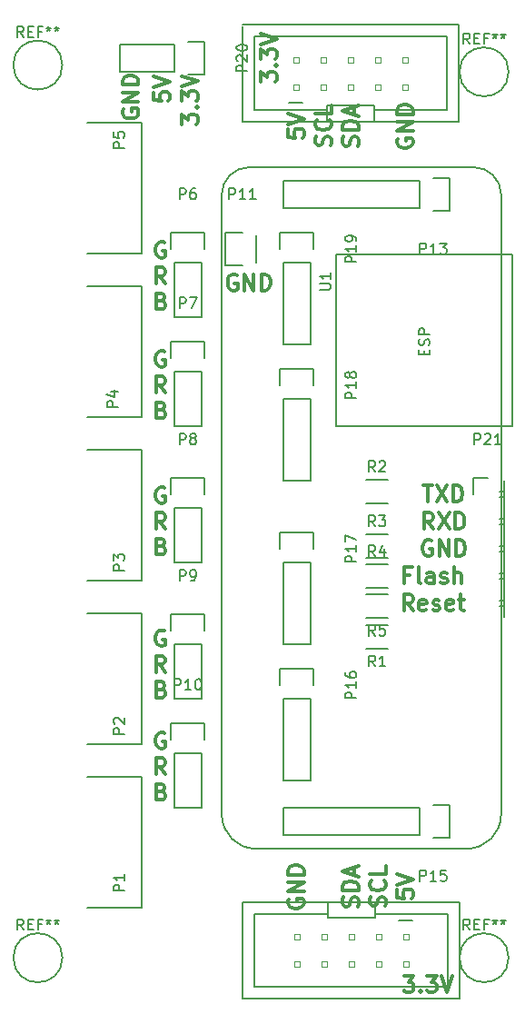
<source format=gto>
%TF.GenerationSoftware,KiCad,Pcbnew,4.0.1-stable*%
%TF.CreationDate,2016-01-20T20:58:58+01:00*%
%TF.ProjectId,main_board,6D61696E5F626F6172642E6B69636164,rev?*%
%TF.FileFunction,Legend,Top*%
%FSLAX46Y46*%
G04 Gerber Fmt 4.6, Leading zero omitted, Abs format (unit mm)*
G04 Created by KiCad (PCBNEW 4.0.1-stable) date Wed 20 Jan 2016 08:58:58 PM CET*
%MOMM*%
G01*
G04 APERTURE LIST*
%ADD10C,0.100000*%
%ADD11C,0.300000*%
%ADD12C,0.200000*%
%ADD13C,0.150000*%
%ADD14C,0.152400*%
%ADD15C,0.066040*%
%ADD16C,0.203200*%
G04 APERTURE END LIST*
D10*
D11*
X98429071Y-84486713D02*
X98429071Y-85200999D01*
X99143357Y-85272428D01*
X99071929Y-85200999D01*
X99000500Y-85058142D01*
X99000500Y-84700999D01*
X99071929Y-84558142D01*
X99143357Y-84486713D01*
X99286214Y-84415285D01*
X99643357Y-84415285D01*
X99786214Y-84486713D01*
X99857643Y-84558142D01*
X99929071Y-84700999D01*
X99929071Y-85058142D01*
X99857643Y-85200999D01*
X99786214Y-85272428D01*
X98429071Y-83986714D02*
X99929071Y-83486714D01*
X98429071Y-82986714D01*
X101032571Y-87431285D02*
X101032571Y-86502714D01*
X101604000Y-87002714D01*
X101604000Y-86788428D01*
X101675429Y-86645571D01*
X101746857Y-86574142D01*
X101889714Y-86502714D01*
X102246857Y-86502714D01*
X102389714Y-86574142D01*
X102461143Y-86645571D01*
X102532571Y-86788428D01*
X102532571Y-87217000D01*
X102461143Y-87359857D01*
X102389714Y-87431285D01*
X102389714Y-85859857D02*
X102461143Y-85788429D01*
X102532571Y-85859857D01*
X102461143Y-85931286D01*
X102389714Y-85859857D01*
X102532571Y-85859857D01*
X101032571Y-85288428D02*
X101032571Y-84359857D01*
X101604000Y-84859857D01*
X101604000Y-84645571D01*
X101675429Y-84502714D01*
X101746857Y-84431285D01*
X101889714Y-84359857D01*
X102246857Y-84359857D01*
X102389714Y-84431285D01*
X102461143Y-84502714D01*
X102532571Y-84645571D01*
X102532571Y-85074143D01*
X102461143Y-85217000D01*
X102389714Y-85288428D01*
X101032571Y-83931286D02*
X102532571Y-83431286D01*
X101032571Y-82931286D01*
X95579500Y-86042357D02*
X95508071Y-86185214D01*
X95508071Y-86399500D01*
X95579500Y-86613785D01*
X95722357Y-86756643D01*
X95865214Y-86828071D01*
X96150929Y-86899500D01*
X96365214Y-86899500D01*
X96650929Y-86828071D01*
X96793786Y-86756643D01*
X96936643Y-86613785D01*
X97008071Y-86399500D01*
X97008071Y-86256643D01*
X96936643Y-86042357D01*
X96865214Y-85970928D01*
X96365214Y-85970928D01*
X96365214Y-86256643D01*
X97008071Y-85328071D02*
X95508071Y-85328071D01*
X97008071Y-84470928D01*
X95508071Y-84470928D01*
X97008071Y-83756642D02*
X95508071Y-83756642D01*
X95508071Y-83399499D01*
X95579500Y-83185214D01*
X95722357Y-83042356D01*
X95865214Y-82970928D01*
X96150929Y-82899499D01*
X96365214Y-82899499D01*
X96650929Y-82970928D01*
X96793786Y-83042356D01*
X96936643Y-83185214D01*
X97008071Y-83399499D01*
X97008071Y-83756642D01*
X124333143Y-126250000D02*
X124190286Y-126178571D01*
X123976000Y-126178571D01*
X123761715Y-126250000D01*
X123618857Y-126392857D01*
X123547429Y-126535714D01*
X123476000Y-126821429D01*
X123476000Y-127035714D01*
X123547429Y-127321429D01*
X123618857Y-127464286D01*
X123761715Y-127607143D01*
X123976000Y-127678571D01*
X124118857Y-127678571D01*
X124333143Y-127607143D01*
X124404572Y-127535714D01*
X124404572Y-127035714D01*
X124118857Y-127035714D01*
X125047429Y-127678571D02*
X125047429Y-126178571D01*
X125904572Y-127678571D01*
X125904572Y-126178571D01*
X126618858Y-127678571D02*
X126618858Y-126178571D01*
X126976001Y-126178571D01*
X127190286Y-126250000D01*
X127333144Y-126392857D01*
X127404572Y-126535714D01*
X127476001Y-126821429D01*
X127476001Y-127035714D01*
X127404572Y-127321429D01*
X127333144Y-127464286D01*
X127190286Y-127607143D01*
X126976001Y-127678571D01*
X126618858Y-127678571D01*
X122602858Y-132758571D02*
X122102858Y-132044286D01*
X121745715Y-132758571D02*
X121745715Y-131258571D01*
X122317143Y-131258571D01*
X122460001Y-131330000D01*
X122531429Y-131401429D01*
X122602858Y-131544286D01*
X122602858Y-131758571D01*
X122531429Y-131901429D01*
X122460001Y-131972857D01*
X122317143Y-132044286D01*
X121745715Y-132044286D01*
X123817143Y-132687143D02*
X123674286Y-132758571D01*
X123388572Y-132758571D01*
X123245715Y-132687143D01*
X123174286Y-132544286D01*
X123174286Y-131972857D01*
X123245715Y-131830000D01*
X123388572Y-131758571D01*
X123674286Y-131758571D01*
X123817143Y-131830000D01*
X123888572Y-131972857D01*
X123888572Y-132115714D01*
X123174286Y-132258571D01*
X124460000Y-132687143D02*
X124602857Y-132758571D01*
X124888572Y-132758571D01*
X125031429Y-132687143D01*
X125102857Y-132544286D01*
X125102857Y-132472857D01*
X125031429Y-132330000D01*
X124888572Y-132258571D01*
X124674286Y-132258571D01*
X124531429Y-132187143D01*
X124460000Y-132044286D01*
X124460000Y-131972857D01*
X124531429Y-131830000D01*
X124674286Y-131758571D01*
X124888572Y-131758571D01*
X125031429Y-131830000D01*
X126317143Y-132687143D02*
X126174286Y-132758571D01*
X125888572Y-132758571D01*
X125745715Y-132687143D01*
X125674286Y-132544286D01*
X125674286Y-131972857D01*
X125745715Y-131830000D01*
X125888572Y-131758571D01*
X126174286Y-131758571D01*
X126317143Y-131830000D01*
X126388572Y-131972857D01*
X126388572Y-132115714D01*
X125674286Y-132258571D01*
X126817143Y-131758571D02*
X127388572Y-131758571D01*
X127031429Y-131258571D02*
X127031429Y-132544286D01*
X127102857Y-132687143D01*
X127245715Y-132758571D01*
X127388572Y-132758571D01*
X122317143Y-129432857D02*
X121817143Y-129432857D01*
X121817143Y-130218571D02*
X121817143Y-128718571D01*
X122531429Y-128718571D01*
X123317143Y-130218571D02*
X123174285Y-130147143D01*
X123102857Y-130004286D01*
X123102857Y-128718571D01*
X124531428Y-130218571D02*
X124531428Y-129432857D01*
X124459999Y-129290000D01*
X124317142Y-129218571D01*
X124031428Y-129218571D01*
X123888571Y-129290000D01*
X124531428Y-130147143D02*
X124388571Y-130218571D01*
X124031428Y-130218571D01*
X123888571Y-130147143D01*
X123817142Y-130004286D01*
X123817142Y-129861429D01*
X123888571Y-129718571D01*
X124031428Y-129647143D01*
X124388571Y-129647143D01*
X124531428Y-129575714D01*
X125174285Y-130147143D02*
X125317142Y-130218571D01*
X125602857Y-130218571D01*
X125745714Y-130147143D01*
X125817142Y-130004286D01*
X125817142Y-129932857D01*
X125745714Y-129790000D01*
X125602857Y-129718571D01*
X125388571Y-129718571D01*
X125245714Y-129647143D01*
X125174285Y-129504286D01*
X125174285Y-129432857D01*
X125245714Y-129290000D01*
X125388571Y-129218571D01*
X125602857Y-129218571D01*
X125745714Y-129290000D01*
X126460000Y-130218571D02*
X126460000Y-128718571D01*
X127102857Y-130218571D02*
X127102857Y-129432857D01*
X127031428Y-129290000D01*
X126888571Y-129218571D01*
X126674286Y-129218571D01*
X126531428Y-129290000D01*
X126460000Y-129361429D01*
X124476001Y-125138571D02*
X123976001Y-124424286D01*
X123618858Y-125138571D02*
X123618858Y-123638571D01*
X124190286Y-123638571D01*
X124333144Y-123710000D01*
X124404572Y-123781429D01*
X124476001Y-123924286D01*
X124476001Y-124138571D01*
X124404572Y-124281429D01*
X124333144Y-124352857D01*
X124190286Y-124424286D01*
X123618858Y-124424286D01*
X124976001Y-123638571D02*
X125976001Y-125138571D01*
X125976001Y-123638571D02*
X124976001Y-125138571D01*
X126547429Y-125138571D02*
X126547429Y-123638571D01*
X126904572Y-123638571D01*
X127118857Y-123710000D01*
X127261715Y-123852857D01*
X127333143Y-123995714D01*
X127404572Y-124281429D01*
X127404572Y-124495714D01*
X127333143Y-124781429D01*
X127261715Y-124924286D01*
X127118857Y-125067143D01*
X126904572Y-125138571D01*
X126547429Y-125138571D01*
X123583143Y-121098571D02*
X124440286Y-121098571D01*
X124011715Y-122598571D02*
X124011715Y-121098571D01*
X124797429Y-121098571D02*
X125797429Y-122598571D01*
X125797429Y-121098571D02*
X124797429Y-122598571D01*
X126368857Y-122598571D02*
X126368857Y-121098571D01*
X126726000Y-121098571D01*
X126940285Y-121170000D01*
X127083143Y-121312857D01*
X127154571Y-121455714D01*
X127226000Y-121741429D01*
X127226000Y-121955714D01*
X127154571Y-122241429D01*
X127083143Y-122384286D01*
X126940285Y-122527143D01*
X126726000Y-122598571D01*
X126368857Y-122598571D01*
X121737715Y-166818571D02*
X122666286Y-166818571D01*
X122166286Y-167390000D01*
X122380572Y-167390000D01*
X122523429Y-167461429D01*
X122594858Y-167532857D01*
X122666286Y-167675714D01*
X122666286Y-168032857D01*
X122594858Y-168175714D01*
X122523429Y-168247143D01*
X122380572Y-168318571D01*
X121952000Y-168318571D01*
X121809143Y-168247143D01*
X121737715Y-168175714D01*
X123309143Y-168175714D02*
X123380571Y-168247143D01*
X123309143Y-168318571D01*
X123237714Y-168247143D01*
X123309143Y-168175714D01*
X123309143Y-168318571D01*
X123880572Y-166818571D02*
X124809143Y-166818571D01*
X124309143Y-167390000D01*
X124523429Y-167390000D01*
X124666286Y-167461429D01*
X124737715Y-167532857D01*
X124809143Y-167675714D01*
X124809143Y-168032857D01*
X124737715Y-168175714D01*
X124666286Y-168247143D01*
X124523429Y-168318571D01*
X124094857Y-168318571D01*
X123952000Y-168247143D01*
X123880572Y-168175714D01*
X125237714Y-166818571D02*
X125737714Y-168318571D01*
X126237714Y-166818571D01*
X121098571Y-158781713D02*
X121098571Y-159495999D01*
X121812857Y-159567428D01*
X121741429Y-159495999D01*
X121670000Y-159353142D01*
X121670000Y-158995999D01*
X121741429Y-158853142D01*
X121812857Y-158781713D01*
X121955714Y-158710285D01*
X122312857Y-158710285D01*
X122455714Y-158781713D01*
X122527143Y-158853142D01*
X122598571Y-158995999D01*
X122598571Y-159353142D01*
X122527143Y-159495999D01*
X122455714Y-159567428D01*
X121098571Y-158281714D02*
X122598571Y-157781714D01*
X121098571Y-157281714D01*
X117447143Y-160317428D02*
X117518571Y-160103142D01*
X117518571Y-159745999D01*
X117447143Y-159603142D01*
X117375714Y-159531713D01*
X117232857Y-159460285D01*
X117090000Y-159460285D01*
X116947143Y-159531713D01*
X116875714Y-159603142D01*
X116804286Y-159745999D01*
X116732857Y-160031713D01*
X116661429Y-160174571D01*
X116590000Y-160245999D01*
X116447143Y-160317428D01*
X116304286Y-160317428D01*
X116161429Y-160245999D01*
X116090000Y-160174571D01*
X116018571Y-160031713D01*
X116018571Y-159674571D01*
X116090000Y-159460285D01*
X117518571Y-158817428D02*
X116018571Y-158817428D01*
X116018571Y-158460285D01*
X116090000Y-158246000D01*
X116232857Y-158103142D01*
X116375714Y-158031714D01*
X116661429Y-157960285D01*
X116875714Y-157960285D01*
X117161429Y-158031714D01*
X117304286Y-158103142D01*
X117447143Y-158246000D01*
X117518571Y-158460285D01*
X117518571Y-158817428D01*
X117090000Y-157388857D02*
X117090000Y-156674571D01*
X117518571Y-157531714D02*
X116018571Y-157031714D01*
X117518571Y-156531714D01*
X119987143Y-160281714D02*
X120058571Y-160067428D01*
X120058571Y-159710285D01*
X119987143Y-159567428D01*
X119915714Y-159495999D01*
X119772857Y-159424571D01*
X119630000Y-159424571D01*
X119487143Y-159495999D01*
X119415714Y-159567428D01*
X119344286Y-159710285D01*
X119272857Y-159995999D01*
X119201429Y-160138857D01*
X119130000Y-160210285D01*
X118987143Y-160281714D01*
X118844286Y-160281714D01*
X118701429Y-160210285D01*
X118630000Y-160138857D01*
X118558571Y-159995999D01*
X118558571Y-159638857D01*
X118630000Y-159424571D01*
X119915714Y-157924571D02*
X119987143Y-157996000D01*
X120058571Y-158210286D01*
X120058571Y-158353143D01*
X119987143Y-158567428D01*
X119844286Y-158710286D01*
X119701429Y-158781714D01*
X119415714Y-158853143D01*
X119201429Y-158853143D01*
X118915714Y-158781714D01*
X118772857Y-158710286D01*
X118630000Y-158567428D01*
X118558571Y-158353143D01*
X118558571Y-158210286D01*
X118630000Y-157996000D01*
X118701429Y-157924571D01*
X120058571Y-156567428D02*
X120058571Y-157281714D01*
X118558571Y-157281714D01*
X111010000Y-159638857D02*
X110938571Y-159781714D01*
X110938571Y-159996000D01*
X111010000Y-160210285D01*
X111152857Y-160353143D01*
X111295714Y-160424571D01*
X111581429Y-160496000D01*
X111795714Y-160496000D01*
X112081429Y-160424571D01*
X112224286Y-160353143D01*
X112367143Y-160210285D01*
X112438571Y-159996000D01*
X112438571Y-159853143D01*
X112367143Y-159638857D01*
X112295714Y-159567428D01*
X111795714Y-159567428D01*
X111795714Y-159853143D01*
X112438571Y-158924571D02*
X110938571Y-158924571D01*
X112438571Y-158067428D01*
X110938571Y-158067428D01*
X112438571Y-157353142D02*
X110938571Y-157353142D01*
X110938571Y-156995999D01*
X111010000Y-156781714D01*
X111152857Y-156638856D01*
X111295714Y-156567428D01*
X111581429Y-156495999D01*
X111795714Y-156495999D01*
X112081429Y-156567428D01*
X112224286Y-156638856D01*
X112367143Y-156781714D01*
X112438571Y-156995999D01*
X112438571Y-157353142D01*
D12*
X104775000Y-151765000D02*
X104775000Y-93980000D01*
X130810000Y-93980000D02*
G75*
G03X128270000Y-91440000I-2540000J0D01*
G01*
X130810000Y-151765000D02*
X130810000Y-93980000D01*
X127635000Y-154940000D02*
G75*
G03X130810000Y-151765000I0J3175000D01*
G01*
X107950000Y-154940000D02*
X127635000Y-154940000D01*
X107315000Y-91440000D02*
X128270000Y-91440000D01*
X107315000Y-91440000D02*
G75*
G03X104775000Y-93980000I0J-2540000D01*
G01*
X104775000Y-151765000D02*
G75*
G03X107950000Y-154940000I3175000J0D01*
G01*
D11*
X108398571Y-83494285D02*
X108398571Y-82565714D01*
X108970000Y-83065714D01*
X108970000Y-82851428D01*
X109041429Y-82708571D01*
X109112857Y-82637142D01*
X109255714Y-82565714D01*
X109612857Y-82565714D01*
X109755714Y-82637142D01*
X109827143Y-82708571D01*
X109898571Y-82851428D01*
X109898571Y-83280000D01*
X109827143Y-83422857D01*
X109755714Y-83494285D01*
X109755714Y-81922857D02*
X109827143Y-81851429D01*
X109898571Y-81922857D01*
X109827143Y-81994286D01*
X109755714Y-81922857D01*
X109898571Y-81922857D01*
X108398571Y-81351428D02*
X108398571Y-80422857D01*
X108970000Y-80922857D01*
X108970000Y-80708571D01*
X109041429Y-80565714D01*
X109112857Y-80494285D01*
X109255714Y-80422857D01*
X109612857Y-80422857D01*
X109755714Y-80494285D01*
X109827143Y-80565714D01*
X109898571Y-80708571D01*
X109898571Y-81137143D01*
X109827143Y-81280000D01*
X109755714Y-81351428D01*
X108398571Y-79994286D02*
X109898571Y-79494286D01*
X108398571Y-78994286D01*
X121170000Y-88772857D02*
X121098571Y-88915714D01*
X121098571Y-89130000D01*
X121170000Y-89344285D01*
X121312857Y-89487143D01*
X121455714Y-89558571D01*
X121741429Y-89630000D01*
X121955714Y-89630000D01*
X122241429Y-89558571D01*
X122384286Y-89487143D01*
X122527143Y-89344285D01*
X122598571Y-89130000D01*
X122598571Y-88987143D01*
X122527143Y-88772857D01*
X122455714Y-88701428D01*
X121955714Y-88701428D01*
X121955714Y-88987143D01*
X122598571Y-88058571D02*
X121098571Y-88058571D01*
X122598571Y-87201428D01*
X121098571Y-87201428D01*
X122598571Y-86487142D02*
X121098571Y-86487142D01*
X121098571Y-86129999D01*
X121170000Y-85915714D01*
X121312857Y-85772856D01*
X121455714Y-85701428D01*
X121741429Y-85629999D01*
X121955714Y-85629999D01*
X122241429Y-85701428D01*
X122384286Y-85772856D01*
X122527143Y-85915714D01*
X122598571Y-86129999D01*
X122598571Y-86487142D01*
X110938571Y-87915713D02*
X110938571Y-88629999D01*
X111652857Y-88701428D01*
X111581429Y-88629999D01*
X111510000Y-88487142D01*
X111510000Y-88129999D01*
X111581429Y-87987142D01*
X111652857Y-87915713D01*
X111795714Y-87844285D01*
X112152857Y-87844285D01*
X112295714Y-87915713D01*
X112367143Y-87987142D01*
X112438571Y-88129999D01*
X112438571Y-88487142D01*
X112367143Y-88629999D01*
X112295714Y-88701428D01*
X110938571Y-87415714D02*
X112438571Y-86915714D01*
X110938571Y-86415714D01*
X117447143Y-89451428D02*
X117518571Y-89237142D01*
X117518571Y-88879999D01*
X117447143Y-88737142D01*
X117375714Y-88665713D01*
X117232857Y-88594285D01*
X117090000Y-88594285D01*
X116947143Y-88665713D01*
X116875714Y-88737142D01*
X116804286Y-88879999D01*
X116732857Y-89165713D01*
X116661429Y-89308571D01*
X116590000Y-89379999D01*
X116447143Y-89451428D01*
X116304286Y-89451428D01*
X116161429Y-89379999D01*
X116090000Y-89308571D01*
X116018571Y-89165713D01*
X116018571Y-88808571D01*
X116090000Y-88594285D01*
X117518571Y-87951428D02*
X116018571Y-87951428D01*
X116018571Y-87594285D01*
X116090000Y-87380000D01*
X116232857Y-87237142D01*
X116375714Y-87165714D01*
X116661429Y-87094285D01*
X116875714Y-87094285D01*
X117161429Y-87165714D01*
X117304286Y-87237142D01*
X117447143Y-87380000D01*
X117518571Y-87594285D01*
X117518571Y-87951428D01*
X117090000Y-86522857D02*
X117090000Y-85808571D01*
X117518571Y-86665714D02*
X116018571Y-86165714D01*
X117518571Y-85665714D01*
X114907143Y-89415714D02*
X114978571Y-89201428D01*
X114978571Y-88844285D01*
X114907143Y-88701428D01*
X114835714Y-88629999D01*
X114692857Y-88558571D01*
X114550000Y-88558571D01*
X114407143Y-88629999D01*
X114335714Y-88701428D01*
X114264286Y-88844285D01*
X114192857Y-89129999D01*
X114121429Y-89272857D01*
X114050000Y-89344285D01*
X113907143Y-89415714D01*
X113764286Y-89415714D01*
X113621429Y-89344285D01*
X113550000Y-89272857D01*
X113478571Y-89129999D01*
X113478571Y-88772857D01*
X113550000Y-88558571D01*
X114835714Y-87058571D02*
X114907143Y-87130000D01*
X114978571Y-87344286D01*
X114978571Y-87487143D01*
X114907143Y-87701428D01*
X114764286Y-87844286D01*
X114621429Y-87915714D01*
X114335714Y-87987143D01*
X114121429Y-87987143D01*
X113835714Y-87915714D01*
X113692857Y-87844286D01*
X113550000Y-87701428D01*
X113478571Y-87487143D01*
X113478571Y-87344286D01*
X113550000Y-87130000D01*
X113621429Y-87058571D01*
X114978571Y-85701428D02*
X114978571Y-86415714D01*
X113478571Y-86415714D01*
X106172143Y-101485000D02*
X106029286Y-101413571D01*
X105815000Y-101413571D01*
X105600715Y-101485000D01*
X105457857Y-101627857D01*
X105386429Y-101770714D01*
X105315000Y-102056429D01*
X105315000Y-102270714D01*
X105386429Y-102556429D01*
X105457857Y-102699286D01*
X105600715Y-102842143D01*
X105815000Y-102913571D01*
X105957857Y-102913571D01*
X106172143Y-102842143D01*
X106243572Y-102770714D01*
X106243572Y-102270714D01*
X105957857Y-102270714D01*
X106886429Y-102913571D02*
X106886429Y-101413571D01*
X107743572Y-102913571D01*
X107743572Y-101413571D01*
X108457858Y-102913571D02*
X108457858Y-101413571D01*
X108815001Y-101413571D01*
X109029286Y-101485000D01*
X109172144Y-101627857D01*
X109243572Y-101770714D01*
X109315001Y-102056429D01*
X109315001Y-102270714D01*
X109243572Y-102556429D01*
X109172144Y-102699286D01*
X109029286Y-102842143D01*
X108815001Y-102913571D01*
X108457858Y-102913571D01*
X99452857Y-144170000D02*
X99310000Y-144098571D01*
X99095714Y-144098571D01*
X98881429Y-144170000D01*
X98738571Y-144312857D01*
X98667143Y-144455714D01*
X98595714Y-144741429D01*
X98595714Y-144955714D01*
X98667143Y-145241429D01*
X98738571Y-145384286D01*
X98881429Y-145527143D01*
X99095714Y-145598571D01*
X99238571Y-145598571D01*
X99452857Y-145527143D01*
X99524286Y-145455714D01*
X99524286Y-144955714D01*
X99238571Y-144955714D01*
X99524286Y-147998571D02*
X99024286Y-147284286D01*
X98667143Y-147998571D02*
X98667143Y-146498571D01*
X99238571Y-146498571D01*
X99381429Y-146570000D01*
X99452857Y-146641429D01*
X99524286Y-146784286D01*
X99524286Y-146998571D01*
X99452857Y-147141429D01*
X99381429Y-147212857D01*
X99238571Y-147284286D01*
X98667143Y-147284286D01*
X99167143Y-149612857D02*
X99381429Y-149684286D01*
X99452857Y-149755714D01*
X99524286Y-149898571D01*
X99524286Y-150112857D01*
X99452857Y-150255714D01*
X99381429Y-150327143D01*
X99238571Y-150398571D01*
X98667143Y-150398571D01*
X98667143Y-148898571D01*
X99167143Y-148898571D01*
X99310000Y-148970000D01*
X99381429Y-149041429D01*
X99452857Y-149184286D01*
X99452857Y-149327143D01*
X99381429Y-149470000D01*
X99310000Y-149541429D01*
X99167143Y-149612857D01*
X98667143Y-149612857D01*
X99452857Y-134645000D02*
X99310000Y-134573571D01*
X99095714Y-134573571D01*
X98881429Y-134645000D01*
X98738571Y-134787857D01*
X98667143Y-134930714D01*
X98595714Y-135216429D01*
X98595714Y-135430714D01*
X98667143Y-135716429D01*
X98738571Y-135859286D01*
X98881429Y-136002143D01*
X99095714Y-136073571D01*
X99238571Y-136073571D01*
X99452857Y-136002143D01*
X99524286Y-135930714D01*
X99524286Y-135430714D01*
X99238571Y-135430714D01*
X99524286Y-138473571D02*
X99024286Y-137759286D01*
X98667143Y-138473571D02*
X98667143Y-136973571D01*
X99238571Y-136973571D01*
X99381429Y-137045000D01*
X99452857Y-137116429D01*
X99524286Y-137259286D01*
X99524286Y-137473571D01*
X99452857Y-137616429D01*
X99381429Y-137687857D01*
X99238571Y-137759286D01*
X98667143Y-137759286D01*
X99167143Y-140087857D02*
X99381429Y-140159286D01*
X99452857Y-140230714D01*
X99524286Y-140373571D01*
X99524286Y-140587857D01*
X99452857Y-140730714D01*
X99381429Y-140802143D01*
X99238571Y-140873571D01*
X98667143Y-140873571D01*
X98667143Y-139373571D01*
X99167143Y-139373571D01*
X99310000Y-139445000D01*
X99381429Y-139516429D01*
X99452857Y-139659286D01*
X99452857Y-139802143D01*
X99381429Y-139945000D01*
X99310000Y-140016429D01*
X99167143Y-140087857D01*
X98667143Y-140087857D01*
X99452857Y-121310000D02*
X99310000Y-121238571D01*
X99095714Y-121238571D01*
X98881429Y-121310000D01*
X98738571Y-121452857D01*
X98667143Y-121595714D01*
X98595714Y-121881429D01*
X98595714Y-122095714D01*
X98667143Y-122381429D01*
X98738571Y-122524286D01*
X98881429Y-122667143D01*
X99095714Y-122738571D01*
X99238571Y-122738571D01*
X99452857Y-122667143D01*
X99524286Y-122595714D01*
X99524286Y-122095714D01*
X99238571Y-122095714D01*
X99524286Y-125138571D02*
X99024286Y-124424286D01*
X98667143Y-125138571D02*
X98667143Y-123638571D01*
X99238571Y-123638571D01*
X99381429Y-123710000D01*
X99452857Y-123781429D01*
X99524286Y-123924286D01*
X99524286Y-124138571D01*
X99452857Y-124281429D01*
X99381429Y-124352857D01*
X99238571Y-124424286D01*
X98667143Y-124424286D01*
X99167143Y-126752857D02*
X99381429Y-126824286D01*
X99452857Y-126895714D01*
X99524286Y-127038571D01*
X99524286Y-127252857D01*
X99452857Y-127395714D01*
X99381429Y-127467143D01*
X99238571Y-127538571D01*
X98667143Y-127538571D01*
X98667143Y-126038571D01*
X99167143Y-126038571D01*
X99310000Y-126110000D01*
X99381429Y-126181429D01*
X99452857Y-126324286D01*
X99452857Y-126467143D01*
X99381429Y-126610000D01*
X99310000Y-126681429D01*
X99167143Y-126752857D01*
X98667143Y-126752857D01*
X99452857Y-108610000D02*
X99310000Y-108538571D01*
X99095714Y-108538571D01*
X98881429Y-108610000D01*
X98738571Y-108752857D01*
X98667143Y-108895714D01*
X98595714Y-109181429D01*
X98595714Y-109395714D01*
X98667143Y-109681429D01*
X98738571Y-109824286D01*
X98881429Y-109967143D01*
X99095714Y-110038571D01*
X99238571Y-110038571D01*
X99452857Y-109967143D01*
X99524286Y-109895714D01*
X99524286Y-109395714D01*
X99238571Y-109395714D01*
X99524286Y-112438571D02*
X99024286Y-111724286D01*
X98667143Y-112438571D02*
X98667143Y-110938571D01*
X99238571Y-110938571D01*
X99381429Y-111010000D01*
X99452857Y-111081429D01*
X99524286Y-111224286D01*
X99524286Y-111438571D01*
X99452857Y-111581429D01*
X99381429Y-111652857D01*
X99238571Y-111724286D01*
X98667143Y-111724286D01*
X99167143Y-114052857D02*
X99381429Y-114124286D01*
X99452857Y-114195714D01*
X99524286Y-114338571D01*
X99524286Y-114552857D01*
X99452857Y-114695714D01*
X99381429Y-114767143D01*
X99238571Y-114838571D01*
X98667143Y-114838571D01*
X98667143Y-113338571D01*
X99167143Y-113338571D01*
X99310000Y-113410000D01*
X99381429Y-113481429D01*
X99452857Y-113624286D01*
X99452857Y-113767143D01*
X99381429Y-113910000D01*
X99310000Y-113981429D01*
X99167143Y-114052857D01*
X98667143Y-114052857D01*
X99452857Y-98450000D02*
X99310000Y-98378571D01*
X99095714Y-98378571D01*
X98881429Y-98450000D01*
X98738571Y-98592857D01*
X98667143Y-98735714D01*
X98595714Y-99021429D01*
X98595714Y-99235714D01*
X98667143Y-99521429D01*
X98738571Y-99664286D01*
X98881429Y-99807143D01*
X99095714Y-99878571D01*
X99238571Y-99878571D01*
X99452857Y-99807143D01*
X99524286Y-99735714D01*
X99524286Y-99235714D01*
X99238571Y-99235714D01*
X99524286Y-102278571D02*
X99024286Y-101564286D01*
X98667143Y-102278571D02*
X98667143Y-100778571D01*
X99238571Y-100778571D01*
X99381429Y-100850000D01*
X99452857Y-100921429D01*
X99524286Y-101064286D01*
X99524286Y-101278571D01*
X99452857Y-101421429D01*
X99381429Y-101492857D01*
X99238571Y-101564286D01*
X98667143Y-101564286D01*
X99167143Y-103892857D02*
X99381429Y-103964286D01*
X99452857Y-104035714D01*
X99524286Y-104178571D01*
X99524286Y-104392857D01*
X99452857Y-104535714D01*
X99381429Y-104607143D01*
X99238571Y-104678571D01*
X98667143Y-104678571D01*
X98667143Y-103178571D01*
X99167143Y-103178571D01*
X99310000Y-103250000D01*
X99381429Y-103321429D01*
X99452857Y-103464286D01*
X99452857Y-103607143D01*
X99381429Y-103750000D01*
X99310000Y-103821429D01*
X99167143Y-103892857D01*
X98667143Y-103892857D01*
D13*
X116078000Y-115570000D02*
X131826000Y-115570000D01*
X131826000Y-115570000D02*
X131826000Y-99568000D01*
X131826000Y-99568000D02*
X116078000Y-99568000D01*
D14*
X116205000Y-99568000D02*
X115443000Y-99568000D01*
X115443000Y-99568000D02*
X115443000Y-115570000D01*
X115443000Y-115570000D02*
X116205000Y-115570000D01*
D13*
X128240000Y-120370000D02*
X128240000Y-121920000D01*
X129540000Y-120370000D02*
X128240000Y-120370000D01*
X131064000Y-121666000D02*
X130683000Y-121666000D01*
X131064000Y-122174000D02*
X130683000Y-122174000D01*
X131064000Y-124206000D02*
X130683000Y-124206000D01*
X131064000Y-124714000D02*
X130683000Y-124714000D01*
X131064000Y-126746000D02*
X130683000Y-126746000D01*
X131064000Y-127254000D02*
X130683000Y-127254000D01*
X131064000Y-129286000D02*
X130683000Y-129286000D01*
X131064000Y-129794000D02*
X130683000Y-129794000D01*
X131064000Y-132334000D02*
X130683000Y-132334000D01*
X131064000Y-131826000D02*
X130683000Y-131826000D01*
X131064000Y-120650000D02*
X131064000Y-123190000D01*
X131064000Y-125730000D02*
X131064000Y-128270000D01*
X131064000Y-123190000D02*
X131064000Y-125730000D01*
X131064000Y-130810000D02*
X131064000Y-133350000D01*
X131064000Y-128270000D02*
X131064000Y-130810000D01*
X97282000Y-148209000D02*
X92202000Y-148209000D01*
X97282000Y-160401000D02*
X92202000Y-160401000D01*
X97282000Y-148209000D02*
X97282000Y-160401000D01*
X97282000Y-132969000D02*
X92202000Y-132969000D01*
X97282000Y-145161000D02*
X92202000Y-145161000D01*
X97282000Y-132969000D02*
X97282000Y-145161000D01*
X97282000Y-117729000D02*
X92202000Y-117729000D01*
X97282000Y-129921000D02*
X92202000Y-129921000D01*
X97282000Y-117729000D02*
X97282000Y-129921000D01*
X97282000Y-102489000D02*
X92202000Y-102489000D01*
X97282000Y-114681000D02*
X92202000Y-114681000D01*
X97282000Y-102489000D02*
X97282000Y-114681000D01*
X97282000Y-87249000D02*
X92202000Y-87249000D01*
X97282000Y-99441000D02*
X92202000Y-99441000D01*
X97282000Y-87249000D02*
X97282000Y-99441000D01*
X89916000Y-165100000D02*
G75*
G03X89916000Y-165100000I-2286000J0D01*
G01*
X131508500Y-165100000D02*
G75*
G03X131508500Y-165100000I-2286000J0D01*
G01*
X131508500Y-82550000D02*
G75*
G03X131508500Y-82550000I-2286000J0D01*
G01*
X100330000Y-100330000D02*
X100330000Y-105410000D01*
X100330000Y-105410000D02*
X102870000Y-105410000D01*
X102870000Y-105410000D02*
X102870000Y-100330000D01*
X103150000Y-97510000D02*
X103150000Y-99060000D01*
X102870000Y-100330000D02*
X100330000Y-100330000D01*
X100050000Y-99060000D02*
X100050000Y-97510000D01*
X100050000Y-97510000D02*
X103150000Y-97510000D01*
X100330000Y-110490000D02*
X100330000Y-115570000D01*
X100330000Y-115570000D02*
X102870000Y-115570000D01*
X102870000Y-115570000D02*
X102870000Y-110490000D01*
X103150000Y-107670000D02*
X103150000Y-109220000D01*
X102870000Y-110490000D02*
X100330000Y-110490000D01*
X100050000Y-109220000D02*
X100050000Y-107670000D01*
X100050000Y-107670000D02*
X103150000Y-107670000D01*
X100330000Y-123190000D02*
X100330000Y-128270000D01*
X100330000Y-128270000D02*
X102870000Y-128270000D01*
X102870000Y-128270000D02*
X102870000Y-123190000D01*
X103150000Y-120370000D02*
X103150000Y-121920000D01*
X102870000Y-123190000D02*
X100330000Y-123190000D01*
X100050000Y-121920000D02*
X100050000Y-120370000D01*
X100050000Y-120370000D02*
X103150000Y-120370000D01*
X100330000Y-135890000D02*
X100330000Y-140970000D01*
X100330000Y-140970000D02*
X102870000Y-140970000D01*
X102870000Y-140970000D02*
X102870000Y-135890000D01*
X103150000Y-133070000D02*
X103150000Y-134620000D01*
X102870000Y-135890000D02*
X100330000Y-135890000D01*
X100050000Y-134620000D02*
X100050000Y-133070000D01*
X100050000Y-133070000D02*
X103150000Y-133070000D01*
X100330000Y-146050000D02*
X100330000Y-151130000D01*
X100330000Y-151130000D02*
X102870000Y-151130000D01*
X102870000Y-151130000D02*
X102870000Y-146050000D01*
X103150000Y-143230000D02*
X103150000Y-144780000D01*
X102870000Y-146050000D02*
X100330000Y-146050000D01*
X100050000Y-144780000D02*
X100050000Y-143230000D01*
X100050000Y-143230000D02*
X103150000Y-143230000D01*
X89916000Y-81915000D02*
G75*
G03X89916000Y-81915000I-2286000J0D01*
G01*
X100330000Y-80010000D02*
X95250000Y-80010000D01*
X95250000Y-80010000D02*
X95250000Y-82550000D01*
X95250000Y-82550000D02*
X100330000Y-82550000D01*
X103150000Y-82830000D02*
X101600000Y-82830000D01*
X100330000Y-82550000D02*
X100330000Y-80010000D01*
X101600000Y-79730000D02*
X103150000Y-79730000D01*
X103150000Y-79730000D02*
X103150000Y-82830000D01*
X118253000Y-134116500D02*
X120253000Y-134116500D01*
X120253000Y-136266500D02*
X118253000Y-136266500D01*
X120253000Y-122741000D02*
X118253000Y-122741000D01*
X118253000Y-120591000D02*
X120253000Y-120591000D01*
X120253000Y-127821000D02*
X118253000Y-127821000D01*
X118253000Y-125671000D02*
X120253000Y-125671000D01*
X120253000Y-130615000D02*
X118253000Y-130615000D01*
X118253000Y-128465000D02*
X120253000Y-128465000D01*
X118253000Y-131259000D02*
X120253000Y-131259000D01*
X120253000Y-133409000D02*
X118253000Y-133409000D01*
D15*
X111950500Y-84201000D02*
X111950500Y-83693000D01*
X111950500Y-83693000D02*
X111442500Y-83693000D01*
X111442500Y-84201000D02*
X111442500Y-83693000D01*
X111950500Y-84201000D02*
X111442500Y-84201000D01*
X111950500Y-81661000D02*
X111950500Y-81153000D01*
X111950500Y-81153000D02*
X111442500Y-81153000D01*
X111442500Y-81661000D02*
X111442500Y-81153000D01*
X111950500Y-81661000D02*
X111442500Y-81661000D01*
X114490500Y-81661000D02*
X114490500Y-81153000D01*
X114490500Y-81153000D02*
X113982500Y-81153000D01*
X113982500Y-81661000D02*
X113982500Y-81153000D01*
X114490500Y-81661000D02*
X113982500Y-81661000D01*
X114490500Y-84201000D02*
X114490500Y-83693000D01*
X114490500Y-83693000D02*
X113982500Y-83693000D01*
X113982500Y-84201000D02*
X113982500Y-83693000D01*
X114490500Y-84201000D02*
X113982500Y-84201000D01*
X117030500Y-81661000D02*
X117030500Y-81153000D01*
X117030500Y-81153000D02*
X116522500Y-81153000D01*
X116522500Y-81661000D02*
X116522500Y-81153000D01*
X117030500Y-81661000D02*
X116522500Y-81661000D01*
X117030500Y-84201000D02*
X117030500Y-83693000D01*
X117030500Y-83693000D02*
X116522500Y-83693000D01*
X116522500Y-84201000D02*
X116522500Y-83693000D01*
X117030500Y-84201000D02*
X116522500Y-84201000D01*
X119570500Y-81661000D02*
X119570500Y-81153000D01*
X119570500Y-81153000D02*
X119062500Y-81153000D01*
X119062500Y-81661000D02*
X119062500Y-81153000D01*
X119570500Y-81661000D02*
X119062500Y-81661000D01*
X119570500Y-84201000D02*
X119570500Y-83693000D01*
X119570500Y-83693000D02*
X119062500Y-83693000D01*
X119062500Y-84201000D02*
X119062500Y-83693000D01*
X119570500Y-84201000D02*
X119062500Y-84201000D01*
X122110500Y-81661000D02*
X122110500Y-81153000D01*
X122110500Y-81153000D02*
X121602500Y-81153000D01*
X121602500Y-81661000D02*
X121602500Y-81153000D01*
X122110500Y-81661000D02*
X121602500Y-81661000D01*
X122110500Y-84201000D02*
X122110500Y-83693000D01*
X122110500Y-83693000D02*
X121602500Y-83693000D01*
X121602500Y-84201000D02*
X121602500Y-83693000D01*
X122110500Y-84201000D02*
X121602500Y-84201000D01*
X119570500Y-84201000D02*
X119570500Y-83693000D01*
X119570500Y-83693000D02*
X119062500Y-83693000D01*
X119062500Y-84201000D02*
X119062500Y-83693000D01*
X119570500Y-84201000D02*
X119062500Y-84201000D01*
X119570500Y-81661000D02*
X119570500Y-81153000D01*
X119570500Y-81153000D02*
X119062500Y-81153000D01*
X119062500Y-81661000D02*
X119062500Y-81153000D01*
X119570500Y-81661000D02*
X119062500Y-81661000D01*
D16*
X111061500Y-85450680D02*
X112331500Y-85450680D01*
X106677460Y-78178660D02*
X126875540Y-78178660D01*
X126875540Y-87175340D02*
X118976140Y-87175340D01*
X118976140Y-87175340D02*
X114576860Y-87175340D01*
X114576860Y-87175340D02*
X106677460Y-87175340D01*
X106677460Y-87175340D02*
X106677460Y-78277720D01*
X126875540Y-78178660D02*
X126875540Y-87175340D01*
X107777280Y-86075520D02*
X107777280Y-79278480D01*
X107777280Y-79278480D02*
X125775720Y-79278480D01*
X125775720Y-86075520D02*
X125775720Y-79278480D01*
X114576860Y-87175340D02*
X114576860Y-85676740D01*
X114576860Y-85676740D02*
X118976140Y-85676740D01*
X118976140Y-85676740D02*
X118976140Y-87175340D01*
X107777280Y-86075520D02*
X114576860Y-86075520D01*
X125775720Y-86075520D02*
X118976140Y-86075520D01*
D13*
X123190000Y-92710000D02*
X110490000Y-92710000D01*
X110490000Y-92710000D02*
X110490000Y-95250000D01*
X110490000Y-95250000D02*
X123190000Y-95250000D01*
X126010000Y-92430000D02*
X124460000Y-92430000D01*
X123190000Y-92710000D02*
X123190000Y-95250000D01*
X124460000Y-95530000D02*
X126010000Y-95530000D01*
X126010000Y-95530000D02*
X126010000Y-92430000D01*
D15*
X121666000Y-162877500D02*
X121666000Y-163385500D01*
X121666000Y-163385500D02*
X122174000Y-163385500D01*
X122174000Y-162877500D02*
X122174000Y-163385500D01*
X121666000Y-162877500D02*
X122174000Y-162877500D01*
X121666000Y-165417500D02*
X121666000Y-165925500D01*
X121666000Y-165925500D02*
X122174000Y-165925500D01*
X122174000Y-165417500D02*
X122174000Y-165925500D01*
X121666000Y-165417500D02*
X122174000Y-165417500D01*
X119126000Y-165417500D02*
X119126000Y-165925500D01*
X119126000Y-165925500D02*
X119634000Y-165925500D01*
X119634000Y-165417500D02*
X119634000Y-165925500D01*
X119126000Y-165417500D02*
X119634000Y-165417500D01*
X119126000Y-162877500D02*
X119126000Y-163385500D01*
X119126000Y-163385500D02*
X119634000Y-163385500D01*
X119634000Y-162877500D02*
X119634000Y-163385500D01*
X119126000Y-162877500D02*
X119634000Y-162877500D01*
X116586000Y-165417500D02*
X116586000Y-165925500D01*
X116586000Y-165925500D02*
X117094000Y-165925500D01*
X117094000Y-165417500D02*
X117094000Y-165925500D01*
X116586000Y-165417500D02*
X117094000Y-165417500D01*
X116586000Y-162877500D02*
X116586000Y-163385500D01*
X116586000Y-163385500D02*
X117094000Y-163385500D01*
X117094000Y-162877500D02*
X117094000Y-163385500D01*
X116586000Y-162877500D02*
X117094000Y-162877500D01*
X114046000Y-165417500D02*
X114046000Y-165925500D01*
X114046000Y-165925500D02*
X114554000Y-165925500D01*
X114554000Y-165417500D02*
X114554000Y-165925500D01*
X114046000Y-165417500D02*
X114554000Y-165417500D01*
X114046000Y-162877500D02*
X114046000Y-163385500D01*
X114046000Y-163385500D02*
X114554000Y-163385500D01*
X114554000Y-162877500D02*
X114554000Y-163385500D01*
X114046000Y-162877500D02*
X114554000Y-162877500D01*
X111506000Y-165417500D02*
X111506000Y-165925500D01*
X111506000Y-165925500D02*
X112014000Y-165925500D01*
X112014000Y-165417500D02*
X112014000Y-165925500D01*
X111506000Y-165417500D02*
X112014000Y-165417500D01*
X111506000Y-162877500D02*
X111506000Y-163385500D01*
X111506000Y-163385500D02*
X112014000Y-163385500D01*
X112014000Y-162877500D02*
X112014000Y-163385500D01*
X111506000Y-162877500D02*
X112014000Y-162877500D01*
X114046000Y-162877500D02*
X114046000Y-163385500D01*
X114046000Y-163385500D02*
X114554000Y-163385500D01*
X114554000Y-162877500D02*
X114554000Y-163385500D01*
X114046000Y-162877500D02*
X114554000Y-162877500D01*
X114046000Y-165417500D02*
X114046000Y-165925500D01*
X114046000Y-165925500D02*
X114554000Y-165925500D01*
X114554000Y-165417500D02*
X114554000Y-165925500D01*
X114046000Y-165417500D02*
X114554000Y-165417500D01*
D16*
X122555000Y-161627820D02*
X121285000Y-161627820D01*
X126939040Y-168899840D02*
X106740960Y-168899840D01*
X106740960Y-159903160D02*
X114640360Y-159903160D01*
X114640360Y-159903160D02*
X119039640Y-159903160D01*
X119039640Y-159903160D02*
X126939040Y-159903160D01*
X126939040Y-159903160D02*
X126939040Y-168800780D01*
X106740960Y-168899840D02*
X106740960Y-159903160D01*
X125839220Y-161002980D02*
X125839220Y-167800020D01*
X125839220Y-167800020D02*
X107840780Y-167800020D01*
X107840780Y-161002980D02*
X107840780Y-167800020D01*
X119039640Y-159903160D02*
X119039640Y-161401760D01*
X119039640Y-161401760D02*
X114640360Y-161401760D01*
X114640360Y-161401760D02*
X114640360Y-159903160D01*
X125839220Y-161002980D02*
X119039640Y-161002980D01*
X107840780Y-161002980D02*
X114640360Y-161002980D01*
D13*
X123190000Y-151130000D02*
X110490000Y-151130000D01*
X110490000Y-151130000D02*
X110490000Y-153670000D01*
X110490000Y-153670000D02*
X123190000Y-153670000D01*
X126010000Y-150850000D02*
X124460000Y-150850000D01*
X123190000Y-151130000D02*
X123190000Y-153670000D01*
X124460000Y-153950000D02*
X126010000Y-153950000D01*
X126010000Y-153950000D02*
X126010000Y-150850000D01*
X113030000Y-140970000D02*
X113030000Y-148590000D01*
X110490000Y-140970000D02*
X110490000Y-148590000D01*
X110210000Y-138150000D02*
X110210000Y-139700000D01*
X113030000Y-148590000D02*
X110490000Y-148590000D01*
X110490000Y-140970000D02*
X113030000Y-140970000D01*
X113310000Y-139700000D02*
X113310000Y-138150000D01*
X113310000Y-138150000D02*
X110210000Y-138150000D01*
X113030000Y-128270000D02*
X113030000Y-135890000D01*
X110490000Y-128270000D02*
X110490000Y-135890000D01*
X110210000Y-125450000D02*
X110210000Y-127000000D01*
X113030000Y-135890000D02*
X110490000Y-135890000D01*
X110490000Y-128270000D02*
X113030000Y-128270000D01*
X113310000Y-127000000D02*
X113310000Y-125450000D01*
X113310000Y-125450000D02*
X110210000Y-125450000D01*
X113030000Y-113030000D02*
X113030000Y-120650000D01*
X110490000Y-113030000D02*
X110490000Y-120650000D01*
X110210000Y-110210000D02*
X110210000Y-111760000D01*
X113030000Y-120650000D02*
X110490000Y-120650000D01*
X110490000Y-113030000D02*
X113030000Y-113030000D01*
X113310000Y-111760000D02*
X113310000Y-110210000D01*
X113310000Y-110210000D02*
X110210000Y-110210000D01*
X113030000Y-100330000D02*
X113030000Y-107950000D01*
X110490000Y-100330000D02*
X110490000Y-107950000D01*
X110210000Y-97510000D02*
X110210000Y-99060000D01*
X113030000Y-107950000D02*
X110490000Y-107950000D01*
X110490000Y-100330000D02*
X113030000Y-100330000D01*
X113310000Y-99060000D02*
X113310000Y-97510000D01*
X113310000Y-97510000D02*
X110210000Y-97510000D01*
X107950000Y-100330000D02*
X107950000Y-97790000D01*
X105130000Y-97510000D02*
X106680000Y-97510000D01*
X105130000Y-97510000D02*
X105130000Y-100610000D01*
X105130000Y-100610000D02*
X106680000Y-100610000D01*
X113916381Y-102845905D02*
X114725905Y-102845905D01*
X114821143Y-102798286D01*
X114868762Y-102750667D01*
X114916381Y-102655429D01*
X114916381Y-102464952D01*
X114868762Y-102369714D01*
X114821143Y-102322095D01*
X114725905Y-102274476D01*
X113916381Y-102274476D01*
X114916381Y-101274476D02*
X114916381Y-101845905D01*
X114916381Y-101560191D02*
X113916381Y-101560191D01*
X114059238Y-101655429D01*
X114154476Y-101750667D01*
X114202095Y-101845905D01*
X123626571Y-108886476D02*
X123626571Y-108553142D01*
X124150381Y-108410285D02*
X124150381Y-108886476D01*
X123150381Y-108886476D01*
X123150381Y-108410285D01*
X124102762Y-108029333D02*
X124150381Y-107886476D01*
X124150381Y-107648380D01*
X124102762Y-107553142D01*
X124055143Y-107505523D01*
X123959905Y-107457904D01*
X123864667Y-107457904D01*
X123769429Y-107505523D01*
X123721810Y-107553142D01*
X123674190Y-107648380D01*
X123626571Y-107838857D01*
X123578952Y-107934095D01*
X123531333Y-107981714D01*
X123436095Y-108029333D01*
X123340857Y-108029333D01*
X123245619Y-107981714D01*
X123198000Y-107934095D01*
X123150381Y-107838857D01*
X123150381Y-107600761D01*
X123198000Y-107457904D01*
X124150381Y-107029333D02*
X123150381Y-107029333D01*
X123150381Y-106648380D01*
X123198000Y-106553142D01*
X123245619Y-106505523D01*
X123340857Y-106457904D01*
X123483714Y-106457904D01*
X123578952Y-106505523D01*
X123626571Y-106553142D01*
X123674190Y-106648380D01*
X123674190Y-107029333D01*
X128325714Y-117272381D02*
X128325714Y-116272381D01*
X128706667Y-116272381D01*
X128801905Y-116320000D01*
X128849524Y-116367619D01*
X128897143Y-116462857D01*
X128897143Y-116605714D01*
X128849524Y-116700952D01*
X128801905Y-116748571D01*
X128706667Y-116796190D01*
X128325714Y-116796190D01*
X129278095Y-116367619D02*
X129325714Y-116320000D01*
X129420952Y-116272381D01*
X129659048Y-116272381D01*
X129754286Y-116320000D01*
X129801905Y-116367619D01*
X129849524Y-116462857D01*
X129849524Y-116558095D01*
X129801905Y-116700952D01*
X129230476Y-117272381D01*
X129849524Y-117272381D01*
X130801905Y-117272381D02*
X130230476Y-117272381D01*
X130516190Y-117272381D02*
X130516190Y-116272381D01*
X130420952Y-116415238D01*
X130325714Y-116510476D01*
X130230476Y-116558095D01*
X95702381Y-158853095D02*
X94702381Y-158853095D01*
X94702381Y-158472142D01*
X94750000Y-158376904D01*
X94797619Y-158329285D01*
X94892857Y-158281666D01*
X95035714Y-158281666D01*
X95130952Y-158329285D01*
X95178571Y-158376904D01*
X95226190Y-158472142D01*
X95226190Y-158853095D01*
X95702381Y-157329285D02*
X95702381Y-157900714D01*
X95702381Y-157615000D02*
X94702381Y-157615000D01*
X94845238Y-157710238D01*
X94940476Y-157805476D01*
X94988095Y-157900714D01*
X95702381Y-144248095D02*
X94702381Y-144248095D01*
X94702381Y-143867142D01*
X94750000Y-143771904D01*
X94797619Y-143724285D01*
X94892857Y-143676666D01*
X95035714Y-143676666D01*
X95130952Y-143724285D01*
X95178571Y-143771904D01*
X95226190Y-143867142D01*
X95226190Y-144248095D01*
X94797619Y-143295714D02*
X94750000Y-143248095D01*
X94702381Y-143152857D01*
X94702381Y-142914761D01*
X94750000Y-142819523D01*
X94797619Y-142771904D01*
X94892857Y-142724285D01*
X94988095Y-142724285D01*
X95130952Y-142771904D01*
X95702381Y-143343333D01*
X95702381Y-142724285D01*
X95702381Y-129008095D02*
X94702381Y-129008095D01*
X94702381Y-128627142D01*
X94750000Y-128531904D01*
X94797619Y-128484285D01*
X94892857Y-128436666D01*
X95035714Y-128436666D01*
X95130952Y-128484285D01*
X95178571Y-128531904D01*
X95226190Y-128627142D01*
X95226190Y-129008095D01*
X94702381Y-128103333D02*
X94702381Y-127484285D01*
X95083333Y-127817619D01*
X95083333Y-127674761D01*
X95130952Y-127579523D01*
X95178571Y-127531904D01*
X95273810Y-127484285D01*
X95511905Y-127484285D01*
X95607143Y-127531904D01*
X95654762Y-127579523D01*
X95702381Y-127674761D01*
X95702381Y-127960476D01*
X95654762Y-128055714D01*
X95607143Y-128103333D01*
X95067381Y-113768095D02*
X94067381Y-113768095D01*
X94067381Y-113387142D01*
X94115000Y-113291904D01*
X94162619Y-113244285D01*
X94257857Y-113196666D01*
X94400714Y-113196666D01*
X94495952Y-113244285D01*
X94543571Y-113291904D01*
X94591190Y-113387142D01*
X94591190Y-113768095D01*
X94400714Y-112339523D02*
X95067381Y-112339523D01*
X94019762Y-112577619D02*
X94734048Y-112815714D01*
X94734048Y-112196666D01*
X95702381Y-89638095D02*
X94702381Y-89638095D01*
X94702381Y-89257142D01*
X94750000Y-89161904D01*
X94797619Y-89114285D01*
X94892857Y-89066666D01*
X95035714Y-89066666D01*
X95130952Y-89114285D01*
X95178571Y-89161904D01*
X95226190Y-89257142D01*
X95226190Y-89638095D01*
X94702381Y-88161904D02*
X94702381Y-88638095D01*
X95178571Y-88685714D01*
X95130952Y-88638095D01*
X95083333Y-88542857D01*
X95083333Y-88304761D01*
X95130952Y-88209523D01*
X95178571Y-88161904D01*
X95273810Y-88114285D01*
X95511905Y-88114285D01*
X95607143Y-88161904D01*
X95654762Y-88209523D01*
X95702381Y-88304761D01*
X95702381Y-88542857D01*
X95654762Y-88638095D01*
X95607143Y-88685714D01*
X86296667Y-162504381D02*
X85963333Y-162028190D01*
X85725238Y-162504381D02*
X85725238Y-161504381D01*
X86106191Y-161504381D01*
X86201429Y-161552000D01*
X86249048Y-161599619D01*
X86296667Y-161694857D01*
X86296667Y-161837714D01*
X86249048Y-161932952D01*
X86201429Y-161980571D01*
X86106191Y-162028190D01*
X85725238Y-162028190D01*
X86725238Y-161980571D02*
X87058572Y-161980571D01*
X87201429Y-162504381D02*
X86725238Y-162504381D01*
X86725238Y-161504381D01*
X87201429Y-161504381D01*
X87963334Y-161980571D02*
X87630000Y-161980571D01*
X87630000Y-162504381D02*
X87630000Y-161504381D01*
X88106191Y-161504381D01*
X88630000Y-161504381D02*
X88630000Y-161742476D01*
X88391905Y-161647238D02*
X88630000Y-161742476D01*
X88868096Y-161647238D01*
X88487143Y-161932952D02*
X88630000Y-161742476D01*
X88772858Y-161932952D01*
X89391905Y-161504381D02*
X89391905Y-161742476D01*
X89153810Y-161647238D02*
X89391905Y-161742476D01*
X89630001Y-161647238D01*
X89249048Y-161932952D02*
X89391905Y-161742476D01*
X89534763Y-161932952D01*
X127889167Y-162504381D02*
X127555833Y-162028190D01*
X127317738Y-162504381D02*
X127317738Y-161504381D01*
X127698691Y-161504381D01*
X127793929Y-161552000D01*
X127841548Y-161599619D01*
X127889167Y-161694857D01*
X127889167Y-161837714D01*
X127841548Y-161932952D01*
X127793929Y-161980571D01*
X127698691Y-162028190D01*
X127317738Y-162028190D01*
X128317738Y-161980571D02*
X128651072Y-161980571D01*
X128793929Y-162504381D02*
X128317738Y-162504381D01*
X128317738Y-161504381D01*
X128793929Y-161504381D01*
X129555834Y-161980571D02*
X129222500Y-161980571D01*
X129222500Y-162504381D02*
X129222500Y-161504381D01*
X129698691Y-161504381D01*
X130222500Y-161504381D02*
X130222500Y-161742476D01*
X129984405Y-161647238D02*
X130222500Y-161742476D01*
X130460596Y-161647238D01*
X130079643Y-161932952D02*
X130222500Y-161742476D01*
X130365358Y-161932952D01*
X130984405Y-161504381D02*
X130984405Y-161742476D01*
X130746310Y-161647238D02*
X130984405Y-161742476D01*
X131222501Y-161647238D01*
X130841548Y-161932952D02*
X130984405Y-161742476D01*
X131127263Y-161932952D01*
X127889167Y-79954381D02*
X127555833Y-79478190D01*
X127317738Y-79954381D02*
X127317738Y-78954381D01*
X127698691Y-78954381D01*
X127793929Y-79002000D01*
X127841548Y-79049619D01*
X127889167Y-79144857D01*
X127889167Y-79287714D01*
X127841548Y-79382952D01*
X127793929Y-79430571D01*
X127698691Y-79478190D01*
X127317738Y-79478190D01*
X128317738Y-79430571D02*
X128651072Y-79430571D01*
X128793929Y-79954381D02*
X128317738Y-79954381D01*
X128317738Y-78954381D01*
X128793929Y-78954381D01*
X129555834Y-79430571D02*
X129222500Y-79430571D01*
X129222500Y-79954381D02*
X129222500Y-78954381D01*
X129698691Y-78954381D01*
X130222500Y-78954381D02*
X130222500Y-79192476D01*
X129984405Y-79097238D02*
X130222500Y-79192476D01*
X130460596Y-79097238D01*
X130079643Y-79382952D02*
X130222500Y-79192476D01*
X130365358Y-79382952D01*
X130984405Y-78954381D02*
X130984405Y-79192476D01*
X130746310Y-79097238D02*
X130984405Y-79192476D01*
X131222501Y-79097238D01*
X130841548Y-79382952D02*
X130984405Y-79192476D01*
X131127263Y-79382952D01*
X100861905Y-94412381D02*
X100861905Y-93412381D01*
X101242858Y-93412381D01*
X101338096Y-93460000D01*
X101385715Y-93507619D01*
X101433334Y-93602857D01*
X101433334Y-93745714D01*
X101385715Y-93840952D01*
X101338096Y-93888571D01*
X101242858Y-93936190D01*
X100861905Y-93936190D01*
X102290477Y-93412381D02*
X102100000Y-93412381D01*
X102004762Y-93460000D01*
X101957143Y-93507619D01*
X101861905Y-93650476D01*
X101814286Y-93840952D01*
X101814286Y-94221905D01*
X101861905Y-94317143D01*
X101909524Y-94364762D01*
X102004762Y-94412381D01*
X102195239Y-94412381D01*
X102290477Y-94364762D01*
X102338096Y-94317143D01*
X102385715Y-94221905D01*
X102385715Y-93983810D01*
X102338096Y-93888571D01*
X102290477Y-93840952D01*
X102195239Y-93793333D01*
X102004762Y-93793333D01*
X101909524Y-93840952D01*
X101861905Y-93888571D01*
X101814286Y-93983810D01*
X100861905Y-104572381D02*
X100861905Y-103572381D01*
X101242858Y-103572381D01*
X101338096Y-103620000D01*
X101385715Y-103667619D01*
X101433334Y-103762857D01*
X101433334Y-103905714D01*
X101385715Y-104000952D01*
X101338096Y-104048571D01*
X101242858Y-104096190D01*
X100861905Y-104096190D01*
X101766667Y-103572381D02*
X102433334Y-103572381D01*
X102004762Y-104572381D01*
X100861905Y-117272381D02*
X100861905Y-116272381D01*
X101242858Y-116272381D01*
X101338096Y-116320000D01*
X101385715Y-116367619D01*
X101433334Y-116462857D01*
X101433334Y-116605714D01*
X101385715Y-116700952D01*
X101338096Y-116748571D01*
X101242858Y-116796190D01*
X100861905Y-116796190D01*
X102004762Y-116700952D02*
X101909524Y-116653333D01*
X101861905Y-116605714D01*
X101814286Y-116510476D01*
X101814286Y-116462857D01*
X101861905Y-116367619D01*
X101909524Y-116320000D01*
X102004762Y-116272381D01*
X102195239Y-116272381D01*
X102290477Y-116320000D01*
X102338096Y-116367619D01*
X102385715Y-116462857D01*
X102385715Y-116510476D01*
X102338096Y-116605714D01*
X102290477Y-116653333D01*
X102195239Y-116700952D01*
X102004762Y-116700952D01*
X101909524Y-116748571D01*
X101861905Y-116796190D01*
X101814286Y-116891429D01*
X101814286Y-117081905D01*
X101861905Y-117177143D01*
X101909524Y-117224762D01*
X102004762Y-117272381D01*
X102195239Y-117272381D01*
X102290477Y-117224762D01*
X102338096Y-117177143D01*
X102385715Y-117081905D01*
X102385715Y-116891429D01*
X102338096Y-116796190D01*
X102290477Y-116748571D01*
X102195239Y-116700952D01*
X100861905Y-129972381D02*
X100861905Y-128972381D01*
X101242858Y-128972381D01*
X101338096Y-129020000D01*
X101385715Y-129067619D01*
X101433334Y-129162857D01*
X101433334Y-129305714D01*
X101385715Y-129400952D01*
X101338096Y-129448571D01*
X101242858Y-129496190D01*
X100861905Y-129496190D01*
X101909524Y-129972381D02*
X102100000Y-129972381D01*
X102195239Y-129924762D01*
X102242858Y-129877143D01*
X102338096Y-129734286D01*
X102385715Y-129543810D01*
X102385715Y-129162857D01*
X102338096Y-129067619D01*
X102290477Y-129020000D01*
X102195239Y-128972381D01*
X102004762Y-128972381D01*
X101909524Y-129020000D01*
X101861905Y-129067619D01*
X101814286Y-129162857D01*
X101814286Y-129400952D01*
X101861905Y-129496190D01*
X101909524Y-129543810D01*
X102004762Y-129591429D01*
X102195239Y-129591429D01*
X102290477Y-129543810D01*
X102338096Y-129496190D01*
X102385715Y-129400952D01*
X100385714Y-140132381D02*
X100385714Y-139132381D01*
X100766667Y-139132381D01*
X100861905Y-139180000D01*
X100909524Y-139227619D01*
X100957143Y-139322857D01*
X100957143Y-139465714D01*
X100909524Y-139560952D01*
X100861905Y-139608571D01*
X100766667Y-139656190D01*
X100385714Y-139656190D01*
X101909524Y-140132381D02*
X101338095Y-140132381D01*
X101623809Y-140132381D02*
X101623809Y-139132381D01*
X101528571Y-139275238D01*
X101433333Y-139370476D01*
X101338095Y-139418095D01*
X102528571Y-139132381D02*
X102623810Y-139132381D01*
X102719048Y-139180000D01*
X102766667Y-139227619D01*
X102814286Y-139322857D01*
X102861905Y-139513333D01*
X102861905Y-139751429D01*
X102814286Y-139941905D01*
X102766667Y-140037143D01*
X102719048Y-140084762D01*
X102623810Y-140132381D01*
X102528571Y-140132381D01*
X102433333Y-140084762D01*
X102385714Y-140037143D01*
X102338095Y-139941905D01*
X102290476Y-139751429D01*
X102290476Y-139513333D01*
X102338095Y-139322857D01*
X102385714Y-139227619D01*
X102433333Y-139180000D01*
X102528571Y-139132381D01*
X86296667Y-79319381D02*
X85963333Y-78843190D01*
X85725238Y-79319381D02*
X85725238Y-78319381D01*
X86106191Y-78319381D01*
X86201429Y-78367000D01*
X86249048Y-78414619D01*
X86296667Y-78509857D01*
X86296667Y-78652714D01*
X86249048Y-78747952D01*
X86201429Y-78795571D01*
X86106191Y-78843190D01*
X85725238Y-78843190D01*
X86725238Y-78795571D02*
X87058572Y-78795571D01*
X87201429Y-79319381D02*
X86725238Y-79319381D01*
X86725238Y-78319381D01*
X87201429Y-78319381D01*
X87963334Y-78795571D02*
X87630000Y-78795571D01*
X87630000Y-79319381D02*
X87630000Y-78319381D01*
X88106191Y-78319381D01*
X88630000Y-78319381D02*
X88630000Y-78557476D01*
X88391905Y-78462238D02*
X88630000Y-78557476D01*
X88868096Y-78462238D01*
X88487143Y-78747952D02*
X88630000Y-78557476D01*
X88772858Y-78747952D01*
X89391905Y-78319381D02*
X89391905Y-78557476D01*
X89153810Y-78462238D02*
X89391905Y-78557476D01*
X89630001Y-78462238D01*
X89249048Y-78747952D02*
X89391905Y-78557476D01*
X89534763Y-78747952D01*
X107152381Y-82494286D02*
X106152381Y-82494286D01*
X106152381Y-82113333D01*
X106200000Y-82018095D01*
X106247619Y-81970476D01*
X106342857Y-81922857D01*
X106485714Y-81922857D01*
X106580952Y-81970476D01*
X106628571Y-82018095D01*
X106676190Y-82113333D01*
X106676190Y-82494286D01*
X106247619Y-81541905D02*
X106200000Y-81494286D01*
X106152381Y-81399048D01*
X106152381Y-81160952D01*
X106200000Y-81065714D01*
X106247619Y-81018095D01*
X106342857Y-80970476D01*
X106438095Y-80970476D01*
X106580952Y-81018095D01*
X107152381Y-81589524D01*
X107152381Y-80970476D01*
X106152381Y-80351429D02*
X106152381Y-80256190D01*
X106200000Y-80160952D01*
X106247619Y-80113333D01*
X106342857Y-80065714D01*
X106533333Y-80018095D01*
X106771429Y-80018095D01*
X106961905Y-80065714D01*
X107057143Y-80113333D01*
X107104762Y-80160952D01*
X107152381Y-80256190D01*
X107152381Y-80351429D01*
X107104762Y-80446667D01*
X107057143Y-80494286D01*
X106961905Y-80541905D01*
X106771429Y-80589524D01*
X106533333Y-80589524D01*
X106342857Y-80541905D01*
X106247619Y-80494286D01*
X106200000Y-80446667D01*
X106152381Y-80351429D01*
X119086334Y-137943881D02*
X118753000Y-137467690D01*
X118514905Y-137943881D02*
X118514905Y-136943881D01*
X118895858Y-136943881D01*
X118991096Y-136991500D01*
X119038715Y-137039119D01*
X119086334Y-137134357D01*
X119086334Y-137277214D01*
X119038715Y-137372452D01*
X118991096Y-137420071D01*
X118895858Y-137467690D01*
X118514905Y-137467690D01*
X120038715Y-137943881D02*
X119467286Y-137943881D01*
X119753000Y-137943881D02*
X119753000Y-136943881D01*
X119657762Y-137086738D01*
X119562524Y-137181976D01*
X119467286Y-137229595D01*
X119086334Y-119818381D02*
X118753000Y-119342190D01*
X118514905Y-119818381D02*
X118514905Y-118818381D01*
X118895858Y-118818381D01*
X118991096Y-118866000D01*
X119038715Y-118913619D01*
X119086334Y-119008857D01*
X119086334Y-119151714D01*
X119038715Y-119246952D01*
X118991096Y-119294571D01*
X118895858Y-119342190D01*
X118514905Y-119342190D01*
X119467286Y-118913619D02*
X119514905Y-118866000D01*
X119610143Y-118818381D01*
X119848239Y-118818381D01*
X119943477Y-118866000D01*
X119991096Y-118913619D01*
X120038715Y-119008857D01*
X120038715Y-119104095D01*
X119991096Y-119246952D01*
X119419667Y-119818381D01*
X120038715Y-119818381D01*
X119086334Y-124898381D02*
X118753000Y-124422190D01*
X118514905Y-124898381D02*
X118514905Y-123898381D01*
X118895858Y-123898381D01*
X118991096Y-123946000D01*
X119038715Y-123993619D01*
X119086334Y-124088857D01*
X119086334Y-124231714D01*
X119038715Y-124326952D01*
X118991096Y-124374571D01*
X118895858Y-124422190D01*
X118514905Y-124422190D01*
X119419667Y-123898381D02*
X120038715Y-123898381D01*
X119705381Y-124279333D01*
X119848239Y-124279333D01*
X119943477Y-124326952D01*
X119991096Y-124374571D01*
X120038715Y-124469810D01*
X120038715Y-124707905D01*
X119991096Y-124803143D01*
X119943477Y-124850762D01*
X119848239Y-124898381D01*
X119562524Y-124898381D01*
X119467286Y-124850762D01*
X119419667Y-124803143D01*
X119086334Y-127692381D02*
X118753000Y-127216190D01*
X118514905Y-127692381D02*
X118514905Y-126692381D01*
X118895858Y-126692381D01*
X118991096Y-126740000D01*
X119038715Y-126787619D01*
X119086334Y-126882857D01*
X119086334Y-127025714D01*
X119038715Y-127120952D01*
X118991096Y-127168571D01*
X118895858Y-127216190D01*
X118514905Y-127216190D01*
X119943477Y-127025714D02*
X119943477Y-127692381D01*
X119705381Y-126644762D02*
X119467286Y-127359048D01*
X120086334Y-127359048D01*
X119086334Y-135086381D02*
X118753000Y-134610190D01*
X118514905Y-135086381D02*
X118514905Y-134086381D01*
X118895858Y-134086381D01*
X118991096Y-134134000D01*
X119038715Y-134181619D01*
X119086334Y-134276857D01*
X119086334Y-134419714D01*
X119038715Y-134514952D01*
X118991096Y-134562571D01*
X118895858Y-134610190D01*
X118514905Y-134610190D01*
X119991096Y-134086381D02*
X119514905Y-134086381D01*
X119467286Y-134562571D01*
X119514905Y-134514952D01*
X119610143Y-134467333D01*
X119848239Y-134467333D01*
X119943477Y-134514952D01*
X119991096Y-134562571D01*
X120038715Y-134657810D01*
X120038715Y-134895905D01*
X119991096Y-134991143D01*
X119943477Y-135038762D01*
X119848239Y-135086381D01*
X119610143Y-135086381D01*
X119514905Y-135038762D01*
X119467286Y-134991143D01*
X123245714Y-99532381D02*
X123245714Y-98532381D01*
X123626667Y-98532381D01*
X123721905Y-98580000D01*
X123769524Y-98627619D01*
X123817143Y-98722857D01*
X123817143Y-98865714D01*
X123769524Y-98960952D01*
X123721905Y-99008571D01*
X123626667Y-99056190D01*
X123245714Y-99056190D01*
X124769524Y-99532381D02*
X124198095Y-99532381D01*
X124483809Y-99532381D02*
X124483809Y-98532381D01*
X124388571Y-98675238D01*
X124293333Y-98770476D01*
X124198095Y-98818095D01*
X125102857Y-98532381D02*
X125721905Y-98532381D01*
X125388571Y-98913333D01*
X125531429Y-98913333D01*
X125626667Y-98960952D01*
X125674286Y-99008571D01*
X125721905Y-99103810D01*
X125721905Y-99341905D01*
X125674286Y-99437143D01*
X125626667Y-99484762D01*
X125531429Y-99532381D01*
X125245714Y-99532381D01*
X125150476Y-99484762D01*
X125102857Y-99437143D01*
X123245714Y-157952381D02*
X123245714Y-156952381D01*
X123626667Y-156952381D01*
X123721905Y-157000000D01*
X123769524Y-157047619D01*
X123817143Y-157142857D01*
X123817143Y-157285714D01*
X123769524Y-157380952D01*
X123721905Y-157428571D01*
X123626667Y-157476190D01*
X123245714Y-157476190D01*
X124769524Y-157952381D02*
X124198095Y-157952381D01*
X124483809Y-157952381D02*
X124483809Y-156952381D01*
X124388571Y-157095238D01*
X124293333Y-157190476D01*
X124198095Y-157238095D01*
X125674286Y-156952381D02*
X125198095Y-156952381D01*
X125150476Y-157428571D01*
X125198095Y-157380952D01*
X125293333Y-157333333D01*
X125531429Y-157333333D01*
X125626667Y-157380952D01*
X125674286Y-157428571D01*
X125721905Y-157523810D01*
X125721905Y-157761905D01*
X125674286Y-157857143D01*
X125626667Y-157904762D01*
X125531429Y-157952381D01*
X125293333Y-157952381D01*
X125198095Y-157904762D01*
X125150476Y-157857143D01*
X117312381Y-140914286D02*
X116312381Y-140914286D01*
X116312381Y-140533333D01*
X116360000Y-140438095D01*
X116407619Y-140390476D01*
X116502857Y-140342857D01*
X116645714Y-140342857D01*
X116740952Y-140390476D01*
X116788571Y-140438095D01*
X116836190Y-140533333D01*
X116836190Y-140914286D01*
X117312381Y-139390476D02*
X117312381Y-139961905D01*
X117312381Y-139676191D02*
X116312381Y-139676191D01*
X116455238Y-139771429D01*
X116550476Y-139866667D01*
X116598095Y-139961905D01*
X116312381Y-138533333D02*
X116312381Y-138723810D01*
X116360000Y-138819048D01*
X116407619Y-138866667D01*
X116550476Y-138961905D01*
X116740952Y-139009524D01*
X117121905Y-139009524D01*
X117217143Y-138961905D01*
X117264762Y-138914286D01*
X117312381Y-138819048D01*
X117312381Y-138628571D01*
X117264762Y-138533333D01*
X117217143Y-138485714D01*
X117121905Y-138438095D01*
X116883810Y-138438095D01*
X116788571Y-138485714D01*
X116740952Y-138533333D01*
X116693333Y-138628571D01*
X116693333Y-138819048D01*
X116740952Y-138914286D01*
X116788571Y-138961905D01*
X116883810Y-139009524D01*
X117312381Y-128214286D02*
X116312381Y-128214286D01*
X116312381Y-127833333D01*
X116360000Y-127738095D01*
X116407619Y-127690476D01*
X116502857Y-127642857D01*
X116645714Y-127642857D01*
X116740952Y-127690476D01*
X116788571Y-127738095D01*
X116836190Y-127833333D01*
X116836190Y-128214286D01*
X117312381Y-126690476D02*
X117312381Y-127261905D01*
X117312381Y-126976191D02*
X116312381Y-126976191D01*
X116455238Y-127071429D01*
X116550476Y-127166667D01*
X116598095Y-127261905D01*
X116312381Y-126357143D02*
X116312381Y-125690476D01*
X117312381Y-126119048D01*
X117312381Y-112974286D02*
X116312381Y-112974286D01*
X116312381Y-112593333D01*
X116360000Y-112498095D01*
X116407619Y-112450476D01*
X116502857Y-112402857D01*
X116645714Y-112402857D01*
X116740952Y-112450476D01*
X116788571Y-112498095D01*
X116836190Y-112593333D01*
X116836190Y-112974286D01*
X117312381Y-111450476D02*
X117312381Y-112021905D01*
X117312381Y-111736191D02*
X116312381Y-111736191D01*
X116455238Y-111831429D01*
X116550476Y-111926667D01*
X116598095Y-112021905D01*
X116740952Y-110879048D02*
X116693333Y-110974286D01*
X116645714Y-111021905D01*
X116550476Y-111069524D01*
X116502857Y-111069524D01*
X116407619Y-111021905D01*
X116360000Y-110974286D01*
X116312381Y-110879048D01*
X116312381Y-110688571D01*
X116360000Y-110593333D01*
X116407619Y-110545714D01*
X116502857Y-110498095D01*
X116550476Y-110498095D01*
X116645714Y-110545714D01*
X116693333Y-110593333D01*
X116740952Y-110688571D01*
X116740952Y-110879048D01*
X116788571Y-110974286D01*
X116836190Y-111021905D01*
X116931429Y-111069524D01*
X117121905Y-111069524D01*
X117217143Y-111021905D01*
X117264762Y-110974286D01*
X117312381Y-110879048D01*
X117312381Y-110688571D01*
X117264762Y-110593333D01*
X117217143Y-110545714D01*
X117121905Y-110498095D01*
X116931429Y-110498095D01*
X116836190Y-110545714D01*
X116788571Y-110593333D01*
X116740952Y-110688571D01*
X117312381Y-100274286D02*
X116312381Y-100274286D01*
X116312381Y-99893333D01*
X116360000Y-99798095D01*
X116407619Y-99750476D01*
X116502857Y-99702857D01*
X116645714Y-99702857D01*
X116740952Y-99750476D01*
X116788571Y-99798095D01*
X116836190Y-99893333D01*
X116836190Y-100274286D01*
X117312381Y-98750476D02*
X117312381Y-99321905D01*
X117312381Y-99036191D02*
X116312381Y-99036191D01*
X116455238Y-99131429D01*
X116550476Y-99226667D01*
X116598095Y-99321905D01*
X117312381Y-98274286D02*
X117312381Y-98083810D01*
X117264762Y-97988571D01*
X117217143Y-97940952D01*
X117074286Y-97845714D01*
X116883810Y-97798095D01*
X116502857Y-97798095D01*
X116407619Y-97845714D01*
X116360000Y-97893333D01*
X116312381Y-97988571D01*
X116312381Y-98179048D01*
X116360000Y-98274286D01*
X116407619Y-98321905D01*
X116502857Y-98369524D01*
X116740952Y-98369524D01*
X116836190Y-98321905D01*
X116883810Y-98274286D01*
X116931429Y-98179048D01*
X116931429Y-97988571D01*
X116883810Y-97893333D01*
X116836190Y-97845714D01*
X116740952Y-97798095D01*
X105465714Y-94412381D02*
X105465714Y-93412381D01*
X105846667Y-93412381D01*
X105941905Y-93460000D01*
X105989524Y-93507619D01*
X106037143Y-93602857D01*
X106037143Y-93745714D01*
X105989524Y-93840952D01*
X105941905Y-93888571D01*
X105846667Y-93936190D01*
X105465714Y-93936190D01*
X106989524Y-94412381D02*
X106418095Y-94412381D01*
X106703809Y-94412381D02*
X106703809Y-93412381D01*
X106608571Y-93555238D01*
X106513333Y-93650476D01*
X106418095Y-93698095D01*
X107941905Y-94412381D02*
X107370476Y-94412381D01*
X107656190Y-94412381D02*
X107656190Y-93412381D01*
X107560952Y-93555238D01*
X107465714Y-93650476D01*
X107370476Y-93698095D01*
M02*

</source>
